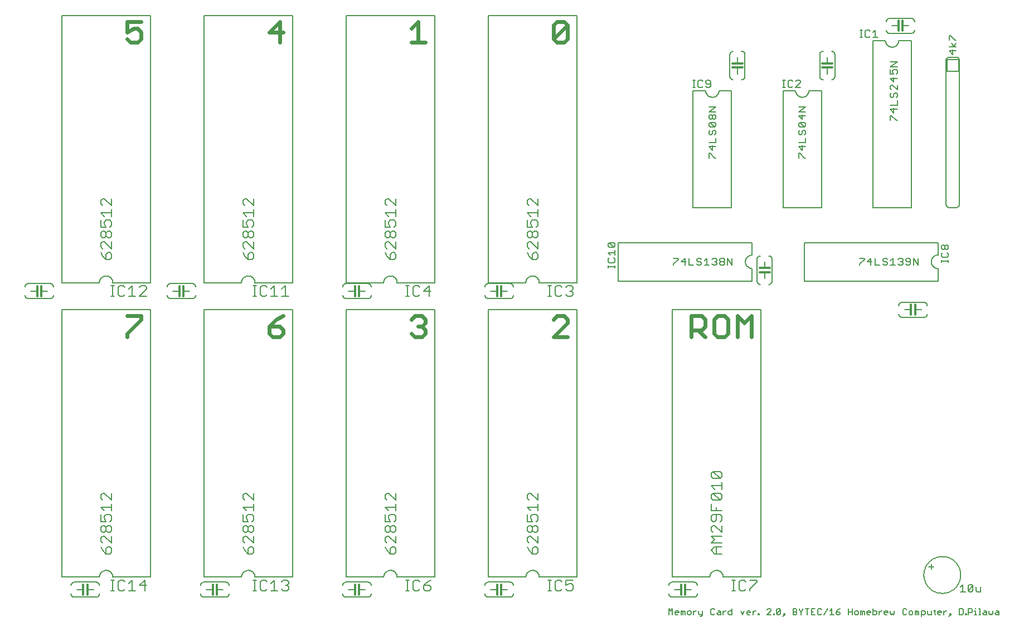
<source format=gto>
G75*
%MOIN*%
%OFA0B0*%
%FSLAX24Y24*%
%IPPOS*%
%LPD*%
%AMOC8*
5,1,8,0,0,1.08239X$1,22.5*
%
%ADD10C,0.0080*%
%ADD11C,0.0120*%
%ADD12C,0.0240*%
%ADD13C,0.0060*%
D10*
X009433Y009285D02*
X010733Y009285D01*
X010759Y009287D01*
X010785Y009292D01*
X010810Y009300D01*
X010833Y009312D01*
X010855Y009326D01*
X010874Y009344D01*
X010892Y009363D01*
X010906Y009385D01*
X010918Y009408D01*
X010926Y009433D01*
X010931Y009459D01*
X010933Y009485D01*
X010583Y009735D02*
X010213Y009735D01*
X009963Y009735D02*
X009583Y009735D01*
X009233Y009485D02*
X009235Y009459D01*
X009240Y009433D01*
X009248Y009408D01*
X009260Y009385D01*
X009274Y009363D01*
X009292Y009344D01*
X009311Y009326D01*
X009333Y009312D01*
X009356Y009300D01*
X009381Y009292D01*
X009407Y009287D01*
X009433Y009285D01*
X009233Y009985D02*
X009235Y010011D01*
X009240Y010037D01*
X009248Y010062D01*
X009260Y010085D01*
X009274Y010107D01*
X009292Y010126D01*
X009311Y010144D01*
X009333Y010158D01*
X009356Y010170D01*
X009381Y010178D01*
X009407Y010183D01*
X009433Y010185D01*
X010733Y010185D01*
X010759Y010183D01*
X010785Y010178D01*
X010810Y010170D01*
X010833Y010158D01*
X010855Y010144D01*
X010874Y010126D01*
X010892Y010107D01*
X010906Y010085D01*
X010918Y010062D01*
X010926Y010037D01*
X010931Y010011D01*
X010933Y009985D01*
X010933Y010485D02*
X008683Y010485D01*
X008683Y026485D01*
X013983Y026485D01*
X013983Y010485D01*
X011733Y010485D01*
X011713Y010296D02*
X011713Y009675D01*
X011610Y009675D02*
X011817Y009675D01*
X012040Y009778D02*
X012143Y009675D01*
X012350Y009675D01*
X012453Y009778D01*
X012684Y009675D02*
X013098Y009675D01*
X012891Y009675D02*
X012891Y010296D01*
X012684Y010089D01*
X012453Y010192D02*
X012350Y010296D01*
X012143Y010296D01*
X012040Y010192D01*
X012040Y009778D01*
X011817Y010296D02*
X011610Y010296D01*
X011733Y010485D02*
X011731Y010524D01*
X011725Y010563D01*
X011716Y010601D01*
X011703Y010638D01*
X011686Y010674D01*
X011666Y010707D01*
X011642Y010739D01*
X011616Y010768D01*
X011587Y010794D01*
X011555Y010818D01*
X011522Y010838D01*
X011486Y010855D01*
X011449Y010868D01*
X011411Y010877D01*
X011372Y010883D01*
X011333Y010885D01*
X011294Y010883D01*
X011255Y010877D01*
X011217Y010868D01*
X011180Y010855D01*
X011144Y010838D01*
X011111Y010818D01*
X011079Y010794D01*
X011050Y010768D01*
X011024Y010739D01*
X011000Y010707D01*
X010980Y010674D01*
X010963Y010638D01*
X010950Y010601D01*
X010941Y010563D01*
X010935Y010524D01*
X010933Y010485D01*
X011333Y011875D02*
X011333Y012185D01*
X011436Y012289D01*
X011540Y012289D01*
X011643Y012185D01*
X011643Y011978D01*
X011540Y011875D01*
X011333Y011875D01*
X011126Y012082D01*
X011023Y012289D01*
X011126Y012520D02*
X011023Y012623D01*
X011023Y012830D01*
X011126Y012933D01*
X011230Y012933D01*
X011643Y012520D01*
X011643Y012933D01*
X011540Y013164D02*
X011436Y013164D01*
X011333Y013268D01*
X011333Y013474D01*
X011436Y013578D01*
X011540Y013578D01*
X011643Y013474D01*
X011643Y013268D01*
X011540Y013164D01*
X011333Y013268D02*
X011230Y013164D01*
X011126Y013164D01*
X011023Y013268D01*
X011023Y013474D01*
X011126Y013578D01*
X011230Y013578D01*
X011333Y013474D01*
X011333Y013809D02*
X011230Y014015D01*
X011230Y014119D01*
X011333Y014222D01*
X011540Y014222D01*
X011643Y014119D01*
X011643Y013912D01*
X011540Y013809D01*
X011333Y013809D02*
X011023Y013809D01*
X011023Y014222D01*
X011230Y014453D02*
X011023Y014660D01*
X011643Y014660D01*
X011643Y014453D02*
X011643Y014867D01*
X011643Y015098D02*
X011230Y015511D01*
X011126Y015511D01*
X011023Y015408D01*
X011023Y015201D01*
X011126Y015098D01*
X011643Y015098D02*
X011643Y015511D01*
X017183Y010485D02*
X019433Y010485D01*
X019435Y010524D01*
X019441Y010563D01*
X019450Y010601D01*
X019463Y010638D01*
X019480Y010674D01*
X019500Y010707D01*
X019524Y010739D01*
X019550Y010768D01*
X019579Y010794D01*
X019611Y010818D01*
X019644Y010838D01*
X019680Y010855D01*
X019717Y010868D01*
X019755Y010877D01*
X019794Y010883D01*
X019833Y010885D01*
X019872Y010883D01*
X019911Y010877D01*
X019949Y010868D01*
X019986Y010855D01*
X020022Y010838D01*
X020055Y010818D01*
X020087Y010794D01*
X020116Y010768D01*
X020142Y010739D01*
X020166Y010707D01*
X020186Y010674D01*
X020203Y010638D01*
X020216Y010601D01*
X020225Y010563D01*
X020231Y010524D01*
X020233Y010485D01*
X022483Y010485D01*
X022483Y026485D01*
X017183Y026485D01*
X017183Y010485D01*
X017183Y010185D02*
X018483Y010185D01*
X018509Y010183D01*
X018535Y010178D01*
X018560Y010170D01*
X018583Y010158D01*
X018605Y010144D01*
X018624Y010126D01*
X018642Y010107D01*
X018656Y010085D01*
X018668Y010062D01*
X018676Y010037D01*
X018681Y010011D01*
X018683Y009985D01*
X018333Y009735D02*
X017963Y009735D01*
X017713Y009735D02*
X017333Y009735D01*
X016983Y009485D02*
X016985Y009459D01*
X016990Y009433D01*
X016998Y009408D01*
X017010Y009385D01*
X017024Y009363D01*
X017042Y009344D01*
X017061Y009326D01*
X017083Y009312D01*
X017106Y009300D01*
X017131Y009292D01*
X017157Y009287D01*
X017183Y009285D01*
X018483Y009285D01*
X018509Y009287D01*
X018535Y009292D01*
X018560Y009300D01*
X018583Y009312D01*
X018605Y009326D01*
X018624Y009344D01*
X018642Y009363D01*
X018656Y009385D01*
X018668Y009408D01*
X018676Y009433D01*
X018681Y009459D01*
X018683Y009485D01*
X020110Y009675D02*
X020317Y009675D01*
X020213Y009675D02*
X020213Y010296D01*
X020110Y010296D02*
X020317Y010296D01*
X020540Y010192D02*
X020540Y009778D01*
X020643Y009675D01*
X020850Y009675D01*
X020953Y009778D01*
X021184Y009675D02*
X021598Y009675D01*
X021391Y009675D02*
X021391Y010296D01*
X021184Y010089D01*
X020953Y010192D02*
X020850Y010296D01*
X020643Y010296D01*
X020540Y010192D01*
X021829Y010192D02*
X021932Y010296D01*
X022139Y010296D01*
X022242Y010192D01*
X022242Y010089D01*
X022139Y009985D01*
X022242Y009882D01*
X022242Y009778D01*
X022139Y009675D01*
X021932Y009675D01*
X021829Y009778D01*
X022036Y009985D02*
X022139Y009985D01*
X020143Y011978D02*
X020040Y011875D01*
X019833Y011875D01*
X019833Y012185D01*
X019936Y012289D01*
X020040Y012289D01*
X020143Y012185D01*
X020143Y011978D01*
X019833Y011875D02*
X019626Y012082D01*
X019523Y012289D01*
X019626Y012520D02*
X019523Y012623D01*
X019523Y012830D01*
X019626Y012933D01*
X019730Y012933D01*
X020143Y012520D01*
X020143Y012933D01*
X020040Y013164D02*
X019936Y013164D01*
X019833Y013268D01*
X019833Y013474D01*
X019936Y013578D01*
X020040Y013578D01*
X020143Y013474D01*
X020143Y013268D01*
X020040Y013164D01*
X019833Y013268D02*
X019730Y013164D01*
X019626Y013164D01*
X019523Y013268D01*
X019523Y013474D01*
X019626Y013578D01*
X019730Y013578D01*
X019833Y013474D01*
X019833Y013809D02*
X019730Y014015D01*
X019730Y014119D01*
X019833Y014222D01*
X020040Y014222D01*
X020143Y014119D01*
X020143Y013912D01*
X020040Y013809D01*
X019833Y013809D02*
X019523Y013809D01*
X019523Y014222D01*
X019730Y014453D02*
X019523Y014660D01*
X020143Y014660D01*
X020143Y014453D02*
X020143Y014867D01*
X020143Y015098D02*
X019730Y015511D01*
X019626Y015511D01*
X019523Y015408D01*
X019523Y015201D01*
X019626Y015098D01*
X020143Y015098D02*
X020143Y015511D01*
X025683Y010485D02*
X027933Y010485D01*
X027935Y010524D01*
X027941Y010563D01*
X027950Y010601D01*
X027963Y010638D01*
X027980Y010674D01*
X028000Y010707D01*
X028024Y010739D01*
X028050Y010768D01*
X028079Y010794D01*
X028111Y010818D01*
X028144Y010838D01*
X028180Y010855D01*
X028217Y010868D01*
X028255Y010877D01*
X028294Y010883D01*
X028333Y010885D01*
X028372Y010883D01*
X028411Y010877D01*
X028449Y010868D01*
X028486Y010855D01*
X028522Y010838D01*
X028555Y010818D01*
X028587Y010794D01*
X028616Y010768D01*
X028642Y010739D01*
X028666Y010707D01*
X028686Y010674D01*
X028703Y010638D01*
X028716Y010601D01*
X028725Y010563D01*
X028731Y010524D01*
X028733Y010485D01*
X030983Y010485D01*
X030983Y026485D01*
X025683Y026485D01*
X025683Y010485D01*
X025683Y010185D02*
X026983Y010185D01*
X027009Y010183D01*
X027035Y010178D01*
X027060Y010170D01*
X027083Y010158D01*
X027105Y010144D01*
X027124Y010126D01*
X027142Y010107D01*
X027156Y010085D01*
X027168Y010062D01*
X027176Y010037D01*
X027181Y010011D01*
X027183Y009985D01*
X026833Y009735D02*
X026463Y009735D01*
X026213Y009735D02*
X025833Y009735D01*
X025483Y009485D02*
X025485Y009459D01*
X025490Y009433D01*
X025498Y009408D01*
X025510Y009385D01*
X025524Y009363D01*
X025542Y009344D01*
X025561Y009326D01*
X025583Y009312D01*
X025606Y009300D01*
X025631Y009292D01*
X025657Y009287D01*
X025683Y009285D01*
X026983Y009285D01*
X027009Y009287D01*
X027035Y009292D01*
X027060Y009300D01*
X027083Y009312D01*
X027105Y009326D01*
X027124Y009344D01*
X027142Y009363D01*
X027156Y009385D01*
X027168Y009408D01*
X027176Y009433D01*
X027181Y009459D01*
X027183Y009485D01*
X025683Y010185D02*
X025657Y010183D01*
X025631Y010178D01*
X025606Y010170D01*
X025583Y010158D01*
X025561Y010144D01*
X025542Y010126D01*
X025524Y010107D01*
X025510Y010085D01*
X025498Y010062D01*
X025490Y010037D01*
X025485Y010011D01*
X025483Y009985D01*
X028126Y012082D02*
X028333Y011875D01*
X028333Y012185D01*
X028436Y012289D01*
X028540Y012289D01*
X028643Y012185D01*
X028643Y011978D01*
X028540Y011875D01*
X028333Y011875D01*
X028126Y012082D02*
X028023Y012289D01*
X028126Y012520D02*
X028023Y012623D01*
X028023Y012830D01*
X028126Y012933D01*
X028230Y012933D01*
X028643Y012520D01*
X028643Y012933D01*
X028540Y013164D02*
X028436Y013164D01*
X028333Y013268D01*
X028333Y013474D01*
X028436Y013578D01*
X028540Y013578D01*
X028643Y013474D01*
X028643Y013268D01*
X028540Y013164D01*
X028333Y013268D02*
X028230Y013164D01*
X028126Y013164D01*
X028023Y013268D01*
X028023Y013474D01*
X028126Y013578D01*
X028230Y013578D01*
X028333Y013474D01*
X028333Y013809D02*
X028230Y014015D01*
X028230Y014119D01*
X028333Y014222D01*
X028540Y014222D01*
X028643Y014119D01*
X028643Y013912D01*
X028540Y013809D01*
X028333Y013809D02*
X028023Y013809D01*
X028023Y014222D01*
X028230Y014453D02*
X028023Y014660D01*
X028643Y014660D01*
X028643Y014453D02*
X028643Y014867D01*
X028643Y015098D02*
X028230Y015511D01*
X028126Y015511D01*
X028023Y015408D01*
X028023Y015201D01*
X028126Y015098D01*
X028643Y015098D02*
X028643Y015511D01*
X034183Y010485D02*
X036433Y010485D01*
X036435Y010524D01*
X036441Y010563D01*
X036450Y010601D01*
X036463Y010638D01*
X036480Y010674D01*
X036500Y010707D01*
X036524Y010739D01*
X036550Y010768D01*
X036579Y010794D01*
X036611Y010818D01*
X036644Y010838D01*
X036680Y010855D01*
X036717Y010868D01*
X036755Y010877D01*
X036794Y010883D01*
X036833Y010885D01*
X036872Y010883D01*
X036911Y010877D01*
X036949Y010868D01*
X036986Y010855D01*
X037022Y010838D01*
X037055Y010818D01*
X037087Y010794D01*
X037116Y010768D01*
X037142Y010739D01*
X037166Y010707D01*
X037186Y010674D01*
X037203Y010638D01*
X037216Y010601D01*
X037225Y010563D01*
X037231Y010524D01*
X037233Y010485D01*
X039483Y010485D01*
X039483Y026485D01*
X034183Y026485D01*
X034183Y010485D01*
X034183Y010185D02*
X035483Y010185D01*
X035509Y010183D01*
X035535Y010178D01*
X035560Y010170D01*
X035583Y010158D01*
X035605Y010144D01*
X035624Y010126D01*
X035642Y010107D01*
X035656Y010085D01*
X035668Y010062D01*
X035676Y010037D01*
X035681Y010011D01*
X035683Y009985D01*
X035333Y009735D02*
X034963Y009735D01*
X034713Y009735D02*
X034333Y009735D01*
X033983Y009485D02*
X033985Y009459D01*
X033990Y009433D01*
X033998Y009408D01*
X034010Y009385D01*
X034024Y009363D01*
X034042Y009344D01*
X034061Y009326D01*
X034083Y009312D01*
X034106Y009300D01*
X034131Y009292D01*
X034157Y009287D01*
X034183Y009285D01*
X035483Y009285D01*
X035509Y009287D01*
X035535Y009292D01*
X035560Y009300D01*
X035583Y009312D01*
X035605Y009326D01*
X035624Y009344D01*
X035642Y009363D01*
X035656Y009385D01*
X035668Y009408D01*
X035676Y009433D01*
X035681Y009459D01*
X035683Y009485D01*
X034183Y010185D02*
X034157Y010183D01*
X034131Y010178D01*
X034106Y010170D01*
X034083Y010158D01*
X034061Y010144D01*
X034042Y010126D01*
X034024Y010107D01*
X034010Y010085D01*
X033998Y010062D01*
X033990Y010037D01*
X033985Y010011D01*
X033983Y009985D01*
X030742Y009882D02*
X030639Y009985D01*
X030329Y009985D01*
X030329Y009778D01*
X030432Y009675D01*
X030639Y009675D01*
X030742Y009778D01*
X030742Y009882D01*
X030536Y010192D02*
X030329Y009985D01*
X030536Y010192D02*
X030742Y010296D01*
X030098Y010192D02*
X029994Y010296D01*
X029788Y010296D01*
X029684Y010192D01*
X029684Y009778D01*
X029788Y009675D01*
X029994Y009675D01*
X030098Y009778D01*
X029461Y009675D02*
X029255Y009675D01*
X029358Y009675D02*
X029358Y010296D01*
X029255Y010296D02*
X029461Y010296D01*
X036523Y012289D02*
X036626Y012082D01*
X036833Y011875D01*
X036833Y012185D01*
X036936Y012289D01*
X037040Y012289D01*
X037143Y012185D01*
X037143Y011978D01*
X037040Y011875D01*
X036833Y011875D01*
X036626Y012520D02*
X036523Y012623D01*
X036523Y012830D01*
X036626Y012933D01*
X036730Y012933D01*
X037143Y012520D01*
X037143Y012933D01*
X037040Y013164D02*
X036936Y013164D01*
X036833Y013268D01*
X036833Y013474D01*
X036936Y013578D01*
X037040Y013578D01*
X037143Y013474D01*
X037143Y013268D01*
X037040Y013164D01*
X036833Y013268D02*
X036730Y013164D01*
X036626Y013164D01*
X036523Y013268D01*
X036523Y013474D01*
X036626Y013578D01*
X036730Y013578D01*
X036833Y013474D01*
X036833Y013809D02*
X036730Y014015D01*
X036730Y014119D01*
X036833Y014222D01*
X037040Y014222D01*
X037143Y014119D01*
X037143Y013912D01*
X037040Y013809D01*
X036833Y013809D02*
X036523Y013809D01*
X036523Y014222D01*
X036730Y014453D02*
X036523Y014660D01*
X037143Y014660D01*
X037143Y014453D02*
X037143Y014867D01*
X037143Y015098D02*
X036730Y015511D01*
X036626Y015511D01*
X036523Y015408D01*
X036523Y015201D01*
X036626Y015098D01*
X037143Y015098D02*
X037143Y015511D01*
X037755Y010296D02*
X037961Y010296D01*
X037858Y010296D02*
X037858Y009675D01*
X037755Y009675D02*
X037961Y009675D01*
X038184Y009778D02*
X038288Y009675D01*
X038494Y009675D01*
X038598Y009778D01*
X038829Y009778D02*
X038932Y009675D01*
X039139Y009675D01*
X039242Y009778D01*
X039242Y009985D01*
X039139Y010089D01*
X039036Y010089D01*
X038829Y009985D01*
X038829Y010296D01*
X039242Y010296D01*
X038598Y010192D02*
X038494Y010296D01*
X038288Y010296D01*
X038184Y010192D01*
X038184Y009778D01*
X044983Y009985D02*
X044985Y010011D01*
X044990Y010037D01*
X044998Y010062D01*
X045010Y010085D01*
X045024Y010107D01*
X045042Y010126D01*
X045061Y010144D01*
X045083Y010158D01*
X045106Y010170D01*
X045131Y010178D01*
X045157Y010183D01*
X045183Y010185D01*
X046483Y010185D01*
X046509Y010183D01*
X046535Y010178D01*
X046560Y010170D01*
X046583Y010158D01*
X046605Y010144D01*
X046624Y010126D01*
X046642Y010107D01*
X046656Y010085D01*
X046668Y010062D01*
X046676Y010037D01*
X046681Y010011D01*
X046683Y009985D01*
X046333Y009735D02*
X045963Y009735D01*
X045713Y009735D02*
X045333Y009735D01*
X044983Y009485D02*
X044985Y009459D01*
X044990Y009433D01*
X044998Y009408D01*
X045010Y009385D01*
X045024Y009363D01*
X045042Y009344D01*
X045061Y009326D01*
X045083Y009312D01*
X045106Y009300D01*
X045131Y009292D01*
X045157Y009287D01*
X045183Y009285D01*
X046483Y009285D01*
X046509Y009287D01*
X046535Y009292D01*
X046560Y009300D01*
X046583Y009312D01*
X046605Y009326D01*
X046624Y009344D01*
X046642Y009363D01*
X046656Y009385D01*
X046668Y009408D01*
X046676Y009433D01*
X046681Y009459D01*
X046683Y009485D01*
X047433Y010485D02*
X045183Y010485D01*
X045183Y026485D01*
X050483Y026485D01*
X050483Y010485D01*
X048233Y010485D01*
X048231Y010524D01*
X048225Y010563D01*
X048216Y010601D01*
X048203Y010638D01*
X048186Y010674D01*
X048166Y010707D01*
X048142Y010739D01*
X048116Y010768D01*
X048087Y010794D01*
X048055Y010818D01*
X048022Y010838D01*
X047986Y010855D01*
X047949Y010868D01*
X047911Y010877D01*
X047872Y010883D01*
X047833Y010885D01*
X047794Y010883D01*
X047755Y010877D01*
X047717Y010868D01*
X047680Y010855D01*
X047644Y010838D01*
X047611Y010818D01*
X047579Y010794D01*
X047550Y010768D01*
X047524Y010739D01*
X047500Y010707D01*
X047480Y010674D01*
X047463Y010638D01*
X047450Y010601D01*
X047441Y010563D01*
X047435Y010524D01*
X047433Y010485D01*
X048755Y010296D02*
X048961Y010296D01*
X048858Y010296D02*
X048858Y009675D01*
X048755Y009675D02*
X048961Y009675D01*
X049184Y009778D02*
X049288Y009675D01*
X049494Y009675D01*
X049598Y009778D01*
X049829Y009778D02*
X049829Y009675D01*
X049829Y009778D02*
X050242Y010192D01*
X050242Y010296D01*
X049829Y010296D01*
X049598Y010192D02*
X049494Y010296D01*
X049288Y010296D01*
X049184Y010192D01*
X049184Y009778D01*
X048143Y011875D02*
X047730Y011875D01*
X047523Y012082D01*
X047730Y012289D01*
X048143Y012289D01*
X048143Y012520D02*
X047523Y012520D01*
X047730Y012726D01*
X047523Y012933D01*
X048143Y012933D01*
X048143Y013164D02*
X047730Y013578D01*
X047626Y013578D01*
X047523Y013474D01*
X047523Y013268D01*
X047626Y013164D01*
X048143Y013164D02*
X048143Y013578D01*
X048040Y013809D02*
X048143Y013912D01*
X048143Y014119D01*
X048040Y014222D01*
X047626Y014222D01*
X047523Y014119D01*
X047523Y013912D01*
X047626Y013809D01*
X047730Y013809D01*
X047833Y013912D01*
X047833Y014222D01*
X047833Y014453D02*
X047833Y014660D01*
X047523Y014453D02*
X047523Y014867D01*
X047626Y015098D02*
X047523Y015201D01*
X047523Y015408D01*
X047626Y015511D01*
X048040Y015098D01*
X048143Y015201D01*
X048143Y015408D01*
X048040Y015511D01*
X047626Y015511D01*
X047730Y015742D02*
X047523Y015949D01*
X048143Y015949D01*
X048143Y015742D02*
X048143Y016156D01*
X048040Y016387D02*
X047626Y016801D01*
X048040Y016801D01*
X048143Y016697D01*
X048143Y016490D01*
X048040Y016387D01*
X047626Y016387D01*
X047523Y016490D01*
X047523Y016697D01*
X047626Y016801D01*
X047626Y015098D02*
X048040Y015098D01*
X048143Y014453D02*
X047523Y014453D01*
X047833Y012289D02*
X047833Y011875D01*
X060533Y011110D02*
X060683Y011110D01*
X060683Y011260D01*
X060683Y011110D02*
X060833Y011110D01*
X060683Y011110D02*
X060683Y010960D01*
X060233Y010610D02*
X060235Y010676D01*
X060241Y010741D01*
X060251Y010806D01*
X060264Y010871D01*
X060282Y010934D01*
X060303Y010997D01*
X060328Y011057D01*
X060357Y011117D01*
X060389Y011174D01*
X060424Y011230D01*
X060463Y011283D01*
X060505Y011334D01*
X060549Y011382D01*
X060597Y011427D01*
X060647Y011470D01*
X060700Y011509D01*
X060755Y011546D01*
X060812Y011579D01*
X060871Y011608D01*
X060931Y011634D01*
X060993Y011656D01*
X061056Y011675D01*
X061120Y011689D01*
X061185Y011700D01*
X061251Y011707D01*
X061317Y011710D01*
X061382Y011709D01*
X061448Y011704D01*
X061513Y011695D01*
X061578Y011682D01*
X061641Y011666D01*
X061704Y011646D01*
X061765Y011621D01*
X061825Y011594D01*
X061883Y011563D01*
X061939Y011528D01*
X061993Y011490D01*
X062044Y011449D01*
X062093Y011405D01*
X062139Y011358D01*
X062183Y011309D01*
X062223Y011257D01*
X062260Y011202D01*
X062294Y011146D01*
X062324Y011087D01*
X062351Y011027D01*
X062374Y010966D01*
X062393Y010903D01*
X062409Y010839D01*
X062421Y010774D01*
X062429Y010709D01*
X062433Y010643D01*
X062433Y010577D01*
X062429Y010511D01*
X062421Y010446D01*
X062409Y010381D01*
X062393Y010317D01*
X062374Y010254D01*
X062351Y010193D01*
X062324Y010133D01*
X062294Y010074D01*
X062260Y010018D01*
X062223Y009963D01*
X062183Y009911D01*
X062139Y009862D01*
X062093Y009815D01*
X062044Y009771D01*
X061993Y009730D01*
X061939Y009692D01*
X061883Y009657D01*
X061825Y009626D01*
X061765Y009599D01*
X061704Y009574D01*
X061641Y009554D01*
X061578Y009538D01*
X061513Y009525D01*
X061448Y009516D01*
X061382Y009511D01*
X061317Y009510D01*
X061251Y009513D01*
X061185Y009520D01*
X061120Y009531D01*
X061056Y009545D01*
X060993Y009564D01*
X060931Y009586D01*
X060871Y009612D01*
X060812Y009641D01*
X060755Y009674D01*
X060700Y009711D01*
X060647Y009750D01*
X060597Y009793D01*
X060549Y009838D01*
X060505Y009886D01*
X060463Y009937D01*
X060424Y009990D01*
X060389Y010046D01*
X060357Y010103D01*
X060328Y010163D01*
X060303Y010223D01*
X060282Y010286D01*
X060264Y010349D01*
X060251Y010414D01*
X060241Y010479D01*
X060235Y010544D01*
X060233Y010610D01*
X062423Y009880D02*
X062563Y010020D01*
X062563Y009600D01*
X062423Y009600D02*
X062704Y009600D01*
X062884Y009670D02*
X063164Y009950D01*
X063164Y009670D01*
X063094Y009600D01*
X062954Y009600D01*
X062884Y009670D01*
X062884Y009950D01*
X062954Y010020D01*
X063094Y010020D01*
X063164Y009950D01*
X063344Y009880D02*
X063344Y009670D01*
X063414Y009600D01*
X063624Y009600D01*
X063624Y009880D01*
X060233Y026035D02*
X058933Y026035D01*
X058907Y026037D01*
X058881Y026042D01*
X058856Y026050D01*
X058833Y026062D01*
X058811Y026076D01*
X058792Y026094D01*
X058774Y026113D01*
X058760Y026135D01*
X058748Y026158D01*
X058740Y026183D01*
X058735Y026209D01*
X058733Y026235D01*
X059083Y026485D02*
X059453Y026485D01*
X059703Y026485D02*
X060083Y026485D01*
X060433Y026235D02*
X060431Y026209D01*
X060426Y026183D01*
X060418Y026158D01*
X060406Y026135D01*
X060392Y026113D01*
X060374Y026094D01*
X060355Y026076D01*
X060333Y026062D01*
X060310Y026050D01*
X060285Y026042D01*
X060259Y026037D01*
X060233Y026035D01*
X060433Y026735D02*
X060431Y026761D01*
X060426Y026787D01*
X060418Y026812D01*
X060406Y026835D01*
X060392Y026857D01*
X060374Y026876D01*
X060355Y026894D01*
X060333Y026908D01*
X060310Y026920D01*
X060285Y026928D01*
X060259Y026933D01*
X060233Y026935D01*
X058933Y026935D01*
X058907Y026933D01*
X058881Y026928D01*
X058856Y026920D01*
X058833Y026908D01*
X058811Y026894D01*
X058792Y026876D01*
X058774Y026857D01*
X058760Y026835D01*
X058748Y026812D01*
X058740Y026787D01*
X058735Y026761D01*
X058733Y026735D01*
X058762Y029150D02*
X058692Y029220D01*
X058762Y029150D02*
X058902Y029150D01*
X058972Y029220D01*
X058972Y029290D01*
X058902Y029360D01*
X058832Y029360D01*
X058902Y029360D02*
X058972Y029430D01*
X058972Y029500D01*
X058902Y029570D01*
X058762Y029570D01*
X058692Y029500D01*
X058372Y029570D02*
X058372Y029150D01*
X058232Y029150D02*
X058512Y029150D01*
X058232Y029430D02*
X058372Y029570D01*
X058052Y029500D02*
X057982Y029570D01*
X057841Y029570D01*
X057771Y029500D01*
X057771Y029430D01*
X057841Y029360D01*
X057982Y029360D01*
X058052Y029290D01*
X058052Y029220D01*
X057982Y029150D01*
X057841Y029150D01*
X057771Y029220D01*
X057591Y029150D02*
X057311Y029150D01*
X057311Y029570D01*
X057061Y029570D02*
X056851Y029360D01*
X057131Y029360D01*
X057061Y029150D02*
X057061Y029570D01*
X056670Y029570D02*
X056670Y029500D01*
X056390Y029220D01*
X056390Y029150D01*
X056390Y029570D02*
X056670Y029570D01*
X059153Y029500D02*
X059153Y029430D01*
X059223Y029360D01*
X059433Y029360D01*
X059433Y029220D02*
X059433Y029500D01*
X059363Y029570D01*
X059223Y029570D01*
X059153Y029500D01*
X059153Y029220D02*
X059223Y029150D01*
X059363Y029150D01*
X059433Y029220D01*
X059613Y029150D02*
X059613Y029570D01*
X059893Y029150D01*
X059893Y029570D01*
X061083Y029760D02*
X061083Y030510D01*
X053083Y030510D01*
X053083Y028210D01*
X061083Y028210D01*
X061083Y028960D01*
X061044Y028962D01*
X061005Y028968D01*
X060967Y028977D01*
X060930Y028990D01*
X060894Y029007D01*
X060861Y029027D01*
X060829Y029051D01*
X060800Y029077D01*
X060774Y029106D01*
X060750Y029138D01*
X060730Y029171D01*
X060713Y029207D01*
X060700Y029244D01*
X060691Y029282D01*
X060685Y029321D01*
X060683Y029360D01*
X060685Y029399D01*
X060691Y029438D01*
X060700Y029476D01*
X060713Y029513D01*
X060730Y029549D01*
X060750Y029582D01*
X060774Y029614D01*
X060800Y029643D01*
X060829Y029669D01*
X060861Y029693D01*
X060894Y029713D01*
X060930Y029730D01*
X060967Y029743D01*
X061005Y029752D01*
X061044Y029758D01*
X061083Y029760D01*
X061273Y029699D02*
X061343Y029629D01*
X061623Y029629D01*
X061693Y029699D01*
X061693Y029839D01*
X061623Y029909D01*
X061623Y030090D02*
X061553Y030090D01*
X061483Y030160D01*
X061483Y030300D01*
X061553Y030370D01*
X061623Y030370D01*
X061693Y030300D01*
X061693Y030160D01*
X061623Y030090D01*
X061483Y030160D02*
X061413Y030090D01*
X061343Y030090D01*
X061273Y030160D01*
X061273Y030300D01*
X061343Y030370D01*
X061413Y030370D01*
X061483Y030300D01*
X061343Y029909D02*
X061273Y029839D01*
X061273Y029699D01*
X061273Y029462D02*
X061273Y029322D01*
X061273Y029392D02*
X061693Y029392D01*
X061693Y029322D02*
X061693Y029462D01*
X061758Y032610D02*
X062158Y032610D01*
X062184Y032612D01*
X062210Y032617D01*
X062235Y032625D01*
X062258Y032637D01*
X062280Y032651D01*
X062299Y032669D01*
X062317Y032688D01*
X062331Y032710D01*
X062343Y032733D01*
X062351Y032758D01*
X062356Y032784D01*
X062358Y032810D01*
X062358Y041410D01*
X062308Y041460D02*
X062308Y040760D01*
X061608Y040760D01*
X061608Y041460D01*
X062308Y041460D01*
X062358Y041410D02*
X062356Y041436D01*
X062351Y041462D01*
X062343Y041487D01*
X062331Y041510D01*
X062317Y041532D01*
X062299Y041551D01*
X062280Y041569D01*
X062258Y041583D01*
X062235Y041595D01*
X062210Y041603D01*
X062184Y041608D01*
X062158Y041610D01*
X061758Y041610D01*
X061732Y041608D01*
X061706Y041603D01*
X061681Y041595D01*
X061658Y041583D01*
X061636Y041569D01*
X061617Y041551D01*
X061599Y041532D01*
X061585Y041510D01*
X061573Y041487D01*
X061565Y041462D01*
X061560Y041436D01*
X061558Y041410D01*
X061558Y032810D01*
X061560Y032784D01*
X061565Y032758D01*
X061573Y032733D01*
X061585Y032710D01*
X061599Y032688D01*
X061617Y032669D01*
X061636Y032651D01*
X061658Y032637D01*
X061681Y032625D01*
X061706Y032617D01*
X061732Y032612D01*
X061758Y032610D01*
X059483Y032610D02*
X057183Y032610D01*
X057183Y042610D01*
X057933Y042610D01*
X057935Y042571D01*
X057941Y042532D01*
X057950Y042494D01*
X057963Y042457D01*
X057980Y042421D01*
X058000Y042388D01*
X058024Y042356D01*
X058050Y042327D01*
X058079Y042301D01*
X058111Y042277D01*
X058144Y042257D01*
X058180Y042240D01*
X058217Y042227D01*
X058255Y042218D01*
X058294Y042212D01*
X058333Y042210D01*
X058372Y042212D01*
X058411Y042218D01*
X058449Y042227D01*
X058486Y042240D01*
X058522Y042257D01*
X058555Y042277D01*
X058587Y042301D01*
X058616Y042327D01*
X058642Y042356D01*
X058666Y042388D01*
X058686Y042421D01*
X058703Y042457D01*
X058716Y042494D01*
X058725Y042532D01*
X058731Y042571D01*
X058733Y042610D01*
X059483Y042610D01*
X059483Y032610D01*
X054108Y032610D02*
X051808Y032610D01*
X051808Y039610D01*
X052558Y039610D01*
X052566Y039800D02*
X052846Y040080D01*
X052846Y040150D01*
X052776Y040220D01*
X052636Y040220D01*
X052566Y040150D01*
X052385Y040150D02*
X052315Y040220D01*
X052175Y040220D01*
X052105Y040150D01*
X052105Y039870D01*
X052175Y039800D01*
X052315Y039800D01*
X052385Y039870D01*
X052566Y039800D02*
X052846Y039800D01*
X052558Y039610D02*
X052560Y039571D01*
X052566Y039532D01*
X052575Y039494D01*
X052588Y039457D01*
X052605Y039421D01*
X052625Y039388D01*
X052649Y039356D01*
X052675Y039327D01*
X052704Y039301D01*
X052736Y039277D01*
X052769Y039257D01*
X052805Y039240D01*
X052842Y039227D01*
X052880Y039218D01*
X052919Y039212D01*
X052958Y039210D01*
X052997Y039212D01*
X053036Y039218D01*
X053074Y039227D01*
X053111Y039240D01*
X053147Y039257D01*
X053180Y039277D01*
X053212Y039301D01*
X053241Y039327D01*
X053267Y039356D01*
X053291Y039388D01*
X053311Y039421D01*
X053328Y039457D01*
X053341Y039494D01*
X053350Y039532D01*
X053356Y039571D01*
X053358Y039610D01*
X054108Y039610D01*
X054108Y032610D01*
X053168Y035577D02*
X053098Y035577D01*
X052818Y035857D01*
X052748Y035857D01*
X052748Y035577D01*
X052958Y036038D02*
X052958Y036318D01*
X052748Y036248D02*
X052958Y036038D01*
X053168Y036248D02*
X052748Y036248D01*
X052748Y036498D02*
X053168Y036498D01*
X053168Y036778D01*
X053098Y036958D02*
X053168Y037028D01*
X053168Y037169D01*
X053098Y037239D01*
X053028Y037239D01*
X052958Y037169D01*
X052958Y037028D01*
X052888Y036958D01*
X052818Y036958D01*
X052748Y037028D01*
X052748Y037169D01*
X052818Y037239D01*
X052818Y037419D02*
X052748Y037489D01*
X052748Y037629D01*
X052818Y037699D01*
X053098Y037419D01*
X053168Y037489D01*
X053168Y037629D01*
X053098Y037699D01*
X052818Y037699D01*
X052958Y037879D02*
X052958Y038159D01*
X052748Y038089D02*
X052958Y037879D01*
X053168Y038089D02*
X052748Y038089D01*
X052748Y038340D02*
X053168Y038620D01*
X052748Y038620D01*
X052748Y038340D02*
X053168Y038340D01*
X053098Y037419D02*
X052818Y037419D01*
X051938Y039800D02*
X051798Y039800D01*
X051868Y039800D02*
X051868Y040220D01*
X051798Y040220D02*
X051938Y040220D01*
X054008Y040460D02*
X054008Y041760D01*
X054010Y041786D01*
X054015Y041812D01*
X054023Y041837D01*
X054035Y041860D01*
X054049Y041882D01*
X054067Y041901D01*
X054086Y041919D01*
X054108Y041933D01*
X054131Y041945D01*
X054156Y041953D01*
X054182Y041958D01*
X054208Y041960D01*
X054458Y041610D02*
X054458Y041240D01*
X054458Y040990D02*
X054458Y040610D01*
X054208Y040260D02*
X054182Y040262D01*
X054156Y040267D01*
X054131Y040275D01*
X054108Y040287D01*
X054086Y040301D01*
X054067Y040319D01*
X054049Y040338D01*
X054035Y040360D01*
X054023Y040383D01*
X054015Y040408D01*
X054010Y040434D01*
X054008Y040460D01*
X054708Y040260D02*
X054734Y040262D01*
X054760Y040267D01*
X054785Y040275D01*
X054808Y040287D01*
X054830Y040301D01*
X054849Y040319D01*
X054867Y040338D01*
X054881Y040360D01*
X054893Y040383D01*
X054901Y040408D01*
X054906Y040434D01*
X054908Y040460D01*
X054908Y041760D01*
X054906Y041786D01*
X054901Y041812D01*
X054893Y041837D01*
X054881Y041860D01*
X054867Y041882D01*
X054849Y041901D01*
X054830Y041919D01*
X054808Y041933D01*
X054785Y041945D01*
X054760Y041953D01*
X054734Y041958D01*
X054708Y041960D01*
X056423Y042800D02*
X056563Y042800D01*
X056493Y042800D02*
X056493Y043220D01*
X056423Y043220D02*
X056563Y043220D01*
X056730Y043150D02*
X056730Y042870D01*
X056800Y042800D01*
X056940Y042800D01*
X057010Y042870D01*
X057191Y042800D02*
X057471Y042800D01*
X057331Y042800D02*
X057331Y043220D01*
X057191Y043080D01*
X057010Y043150D02*
X056940Y043220D01*
X056800Y043220D01*
X056730Y043150D01*
X057983Y043235D02*
X057985Y043209D01*
X057990Y043183D01*
X057998Y043158D01*
X058010Y043135D01*
X058024Y043113D01*
X058042Y043094D01*
X058061Y043076D01*
X058083Y043062D01*
X058106Y043050D01*
X058131Y043042D01*
X058157Y043037D01*
X058183Y043035D01*
X059483Y043035D01*
X059509Y043037D01*
X059535Y043042D01*
X059560Y043050D01*
X059583Y043062D01*
X059605Y043076D01*
X059624Y043094D01*
X059642Y043113D01*
X059656Y043135D01*
X059668Y043158D01*
X059676Y043183D01*
X059681Y043209D01*
X059683Y043235D01*
X059333Y043485D02*
X058953Y043485D01*
X058703Y043485D02*
X058333Y043485D01*
X057983Y043735D02*
X057985Y043761D01*
X057990Y043787D01*
X057998Y043812D01*
X058010Y043835D01*
X058024Y043857D01*
X058042Y043876D01*
X058061Y043894D01*
X058083Y043908D01*
X058106Y043920D01*
X058131Y043928D01*
X058157Y043933D01*
X058183Y043935D01*
X059483Y043935D01*
X059509Y043933D01*
X059535Y043928D01*
X059560Y043920D01*
X059583Y043908D01*
X059605Y043894D01*
X059624Y043876D01*
X059642Y043857D01*
X059656Y043835D01*
X059668Y043812D01*
X059676Y043787D01*
X059681Y043761D01*
X059683Y043735D01*
X061748Y042899D02*
X061748Y042619D01*
X061888Y042446D02*
X062028Y042235D01*
X062168Y042446D01*
X062168Y042619D02*
X062098Y042619D01*
X061818Y042899D01*
X061748Y042899D01*
X061748Y042235D02*
X062168Y042235D01*
X062168Y041985D02*
X061748Y041985D01*
X061958Y041775D01*
X061958Y042055D01*
X058643Y041320D02*
X058223Y041040D01*
X058643Y041040D01*
X058573Y040859D02*
X058643Y040789D01*
X058643Y040649D01*
X058573Y040579D01*
X058433Y040579D02*
X058363Y040719D01*
X058363Y040789D01*
X058433Y040859D01*
X058573Y040859D01*
X058433Y040579D02*
X058223Y040579D01*
X058223Y040859D01*
X058223Y041320D02*
X058643Y041320D01*
X058433Y040399D02*
X058433Y040119D01*
X058223Y040329D01*
X058643Y040329D01*
X058643Y039939D02*
X058643Y039658D01*
X058363Y039939D01*
X058293Y039939D01*
X058223Y039869D01*
X058223Y039728D01*
X058293Y039658D01*
X058293Y039478D02*
X058223Y039408D01*
X058223Y039268D01*
X058293Y039198D01*
X058363Y039198D01*
X058433Y039268D01*
X058433Y039408D01*
X058503Y039478D01*
X058573Y039478D01*
X058643Y039408D01*
X058643Y039268D01*
X058573Y039198D01*
X058643Y039018D02*
X058643Y038738D01*
X058223Y038738D01*
X058223Y038487D02*
X058433Y038277D01*
X058433Y038557D01*
X058643Y038487D02*
X058223Y038487D01*
X058223Y038097D02*
X058293Y038097D01*
X058573Y037817D01*
X058643Y037817D01*
X058223Y037817D02*
X058223Y038097D01*
X049533Y040460D02*
X049533Y041760D01*
X049531Y041786D01*
X049526Y041812D01*
X049518Y041837D01*
X049506Y041860D01*
X049492Y041882D01*
X049474Y041901D01*
X049455Y041919D01*
X049433Y041933D01*
X049410Y041945D01*
X049385Y041953D01*
X049359Y041958D01*
X049333Y041960D01*
X049083Y041610D02*
X049083Y041240D01*
X049083Y040990D02*
X049083Y040610D01*
X048833Y040260D02*
X048807Y040262D01*
X048781Y040267D01*
X048756Y040275D01*
X048733Y040287D01*
X048711Y040301D01*
X048692Y040319D01*
X048674Y040338D01*
X048660Y040360D01*
X048648Y040383D01*
X048640Y040408D01*
X048635Y040434D01*
X048633Y040460D01*
X048633Y041760D01*
X048635Y041786D01*
X048640Y041812D01*
X048648Y041837D01*
X048660Y041860D01*
X048674Y041882D01*
X048692Y041901D01*
X048711Y041919D01*
X048733Y041933D01*
X048756Y041945D01*
X048781Y041953D01*
X048807Y041958D01*
X048833Y041960D01*
X049533Y040460D02*
X049531Y040434D01*
X049526Y040408D01*
X049518Y040383D01*
X049506Y040360D01*
X049492Y040338D01*
X049474Y040319D01*
X049455Y040301D01*
X049433Y040287D01*
X049410Y040275D01*
X049385Y040267D01*
X049359Y040262D01*
X049333Y040260D01*
X048733Y039610D02*
X047983Y039610D01*
X047981Y039571D01*
X047975Y039532D01*
X047966Y039494D01*
X047953Y039457D01*
X047936Y039421D01*
X047916Y039388D01*
X047892Y039356D01*
X047866Y039327D01*
X047837Y039301D01*
X047805Y039277D01*
X047772Y039257D01*
X047736Y039240D01*
X047699Y039227D01*
X047661Y039218D01*
X047622Y039212D01*
X047583Y039210D01*
X047544Y039212D01*
X047505Y039218D01*
X047467Y039227D01*
X047430Y039240D01*
X047394Y039257D01*
X047361Y039277D01*
X047329Y039301D01*
X047300Y039327D01*
X047274Y039356D01*
X047250Y039388D01*
X047230Y039421D01*
X047213Y039457D01*
X047200Y039494D01*
X047191Y039532D01*
X047185Y039571D01*
X047183Y039610D01*
X046433Y039610D01*
X046433Y032610D01*
X048733Y032610D01*
X048733Y039610D01*
X047471Y039870D02*
X047471Y040150D01*
X047401Y040220D01*
X047261Y040220D01*
X047191Y040150D01*
X047191Y040080D01*
X047261Y040010D01*
X047471Y040010D01*
X047471Y039870D02*
X047401Y039800D01*
X047261Y039800D01*
X047191Y039870D01*
X047010Y039870D02*
X046940Y039800D01*
X046800Y039800D01*
X046730Y039870D01*
X046730Y040150D01*
X046800Y040220D01*
X046940Y040220D01*
X047010Y040150D01*
X046563Y040220D02*
X046423Y040220D01*
X046493Y040220D02*
X046493Y039800D01*
X046423Y039800D02*
X046563Y039800D01*
X047373Y038620D02*
X047793Y038620D01*
X047373Y038340D01*
X047793Y038340D01*
X047723Y038159D02*
X047793Y038089D01*
X047793Y037949D01*
X047723Y037879D01*
X047653Y037879D01*
X047583Y037949D01*
X047583Y038089D01*
X047653Y038159D01*
X047723Y038159D01*
X047583Y038089D02*
X047513Y038159D01*
X047443Y038159D01*
X047373Y038089D01*
X047373Y037949D01*
X047443Y037879D01*
X047513Y037879D01*
X047583Y037949D01*
X047443Y037699D02*
X047723Y037419D01*
X047793Y037489D01*
X047793Y037629D01*
X047723Y037699D01*
X047443Y037699D01*
X047373Y037629D01*
X047373Y037489D01*
X047443Y037419D01*
X047723Y037419D01*
X047723Y037239D02*
X047793Y037169D01*
X047793Y037028D01*
X047723Y036958D01*
X047583Y037028D02*
X047583Y037169D01*
X047653Y037239D01*
X047723Y037239D01*
X047583Y037028D02*
X047513Y036958D01*
X047443Y036958D01*
X047373Y037028D01*
X047373Y037169D01*
X047443Y037239D01*
X047793Y036778D02*
X047793Y036498D01*
X047373Y036498D01*
X047373Y036248D02*
X047583Y036038D01*
X047583Y036318D01*
X047793Y036248D02*
X047373Y036248D01*
X047373Y035857D02*
X047443Y035857D01*
X047723Y035577D01*
X047793Y035577D01*
X047373Y035577D02*
X047373Y035857D01*
X049958Y030510D02*
X041958Y030510D01*
X041958Y028210D01*
X049958Y028210D01*
X049958Y028960D01*
X049919Y028962D01*
X049880Y028968D01*
X049842Y028977D01*
X049805Y028990D01*
X049769Y029007D01*
X049736Y029027D01*
X049704Y029051D01*
X049675Y029077D01*
X049649Y029106D01*
X049625Y029138D01*
X049605Y029171D01*
X049588Y029207D01*
X049575Y029244D01*
X049566Y029282D01*
X049560Y029321D01*
X049558Y029360D01*
X049560Y029399D01*
X049566Y029438D01*
X049575Y029476D01*
X049588Y029513D01*
X049605Y029549D01*
X049625Y029582D01*
X049649Y029614D01*
X049675Y029643D01*
X049704Y029669D01*
X049736Y029693D01*
X049769Y029713D01*
X049805Y029730D01*
X049842Y029743D01*
X049880Y029752D01*
X049919Y029758D01*
X049958Y029760D01*
X049958Y030510D01*
X050258Y029510D02*
X050258Y028210D01*
X050260Y028184D01*
X050265Y028158D01*
X050273Y028133D01*
X050285Y028110D01*
X050299Y028088D01*
X050317Y028069D01*
X050336Y028051D01*
X050358Y028037D01*
X050381Y028025D01*
X050406Y028017D01*
X050432Y028012D01*
X050458Y028010D01*
X050708Y028360D02*
X050708Y028740D01*
X050708Y028990D02*
X050708Y029360D01*
X050458Y029710D02*
X050432Y029708D01*
X050406Y029703D01*
X050381Y029695D01*
X050358Y029683D01*
X050336Y029669D01*
X050317Y029651D01*
X050299Y029632D01*
X050285Y029610D01*
X050273Y029587D01*
X050265Y029562D01*
X050260Y029536D01*
X050258Y029510D01*
X050958Y029710D02*
X050984Y029708D01*
X051010Y029703D01*
X051035Y029695D01*
X051058Y029683D01*
X051080Y029669D01*
X051099Y029651D01*
X051117Y029632D01*
X051131Y029610D01*
X051143Y029587D01*
X051151Y029562D01*
X051156Y029536D01*
X051158Y029510D01*
X051158Y028210D01*
X051156Y028184D01*
X051151Y028158D01*
X051143Y028133D01*
X051131Y028110D01*
X051117Y028088D01*
X051099Y028069D01*
X051080Y028051D01*
X051058Y028037D01*
X051035Y028025D01*
X051010Y028017D01*
X050984Y028012D01*
X050958Y028010D01*
X048768Y029150D02*
X048768Y029570D01*
X048488Y029570D02*
X048768Y029150D01*
X048488Y029150D02*
X048488Y029570D01*
X048308Y029500D02*
X048308Y029430D01*
X048238Y029360D01*
X048098Y029360D01*
X048028Y029430D01*
X048028Y029500D01*
X048098Y029570D01*
X048238Y029570D01*
X048308Y029500D01*
X048238Y029360D02*
X048308Y029290D01*
X048308Y029220D01*
X048238Y029150D01*
X048098Y029150D01*
X048028Y029220D01*
X048028Y029290D01*
X048098Y029360D01*
X047847Y029290D02*
X047847Y029220D01*
X047777Y029150D01*
X047637Y029150D01*
X047567Y029220D01*
X047387Y029150D02*
X047107Y029150D01*
X047247Y029150D02*
X047247Y029570D01*
X047107Y029430D01*
X046927Y029500D02*
X046857Y029570D01*
X046716Y029570D01*
X046646Y029500D01*
X046646Y029430D01*
X046716Y029360D01*
X046857Y029360D01*
X046927Y029290D01*
X046927Y029220D01*
X046857Y029150D01*
X046716Y029150D01*
X046646Y029220D01*
X046466Y029150D02*
X046186Y029150D01*
X046186Y029570D01*
X045936Y029570D02*
X045936Y029150D01*
X046006Y029360D02*
X045726Y029360D01*
X045936Y029570D01*
X045545Y029570D02*
X045545Y029500D01*
X045265Y029220D01*
X045265Y029150D01*
X045265Y029570D02*
X045545Y029570D01*
X047567Y029500D02*
X047637Y029570D01*
X047777Y029570D01*
X047847Y029500D01*
X047847Y029430D01*
X047777Y029360D01*
X047847Y029290D01*
X047777Y029360D02*
X047707Y029360D01*
X041768Y029377D02*
X041768Y029517D01*
X041698Y029587D01*
X041768Y029767D02*
X041768Y030048D01*
X041768Y029907D02*
X041348Y029907D01*
X041488Y029767D01*
X041418Y029587D02*
X041348Y029517D01*
X041348Y029377D01*
X041418Y029307D01*
X041698Y029307D01*
X041768Y029377D01*
X041768Y029140D02*
X041768Y029000D01*
X041768Y029070D02*
X041348Y029070D01*
X041348Y029000D02*
X041348Y029140D01*
X041418Y030228D02*
X041348Y030298D01*
X041348Y030438D01*
X041418Y030508D01*
X041698Y030228D01*
X041768Y030298D01*
X041768Y030438D01*
X041698Y030508D01*
X041418Y030508D01*
X041418Y030228D02*
X041698Y030228D01*
X039483Y028110D02*
X037233Y028110D01*
X037231Y028149D01*
X037225Y028188D01*
X037216Y028226D01*
X037203Y028263D01*
X037186Y028299D01*
X037166Y028332D01*
X037142Y028364D01*
X037116Y028393D01*
X037087Y028419D01*
X037055Y028443D01*
X037022Y028463D01*
X036986Y028480D01*
X036949Y028493D01*
X036911Y028502D01*
X036872Y028508D01*
X036833Y028510D01*
X036794Y028508D01*
X036755Y028502D01*
X036717Y028493D01*
X036680Y028480D01*
X036644Y028463D01*
X036611Y028443D01*
X036579Y028419D01*
X036550Y028393D01*
X036524Y028364D01*
X036500Y028332D01*
X036480Y028299D01*
X036463Y028263D01*
X036450Y028226D01*
X036441Y028188D01*
X036435Y028149D01*
X036433Y028110D01*
X034183Y028110D01*
X034183Y044110D01*
X039483Y044110D01*
X039483Y028110D01*
X039242Y027817D02*
X039242Y027714D01*
X039139Y027610D01*
X039242Y027507D01*
X039242Y027403D01*
X039139Y027300D01*
X038932Y027300D01*
X038829Y027403D01*
X038598Y027403D02*
X038494Y027300D01*
X038288Y027300D01*
X038184Y027403D01*
X038184Y027817D01*
X038288Y027921D01*
X038494Y027921D01*
X038598Y027817D01*
X038829Y027817D02*
X038932Y027921D01*
X039139Y027921D01*
X039242Y027817D01*
X039139Y027610D02*
X039036Y027610D01*
X037961Y027300D02*
X037755Y027300D01*
X037858Y027300D02*
X037858Y027921D01*
X037755Y027921D02*
X037961Y027921D01*
X037040Y029500D02*
X036833Y029500D01*
X036833Y029810D01*
X036936Y029914D01*
X037040Y029914D01*
X037143Y029810D01*
X037143Y029603D01*
X037040Y029500D01*
X036833Y029500D02*
X036626Y029707D01*
X036523Y029914D01*
X036626Y030145D02*
X036523Y030248D01*
X036523Y030455D01*
X036626Y030558D01*
X036730Y030558D01*
X037143Y030145D01*
X037143Y030558D01*
X037040Y030789D02*
X036936Y030789D01*
X036833Y030893D01*
X036833Y031099D01*
X036936Y031203D01*
X037040Y031203D01*
X037143Y031099D01*
X037143Y030893D01*
X037040Y030789D01*
X036833Y030893D02*
X036730Y030789D01*
X036626Y030789D01*
X036523Y030893D01*
X036523Y031099D01*
X036626Y031203D01*
X036730Y031203D01*
X036833Y031099D01*
X036833Y031434D02*
X036730Y031640D01*
X036730Y031744D01*
X036833Y031847D01*
X037040Y031847D01*
X037143Y031744D01*
X037143Y031537D01*
X037040Y031434D01*
X036833Y031434D02*
X036523Y031434D01*
X036523Y031847D01*
X036730Y032078D02*
X036523Y032285D01*
X037143Y032285D01*
X037143Y032078D02*
X037143Y032492D01*
X037143Y032723D02*
X036730Y033136D01*
X036626Y033136D01*
X036523Y033033D01*
X036523Y032826D01*
X036626Y032723D01*
X037143Y032723D02*
X037143Y033136D01*
X035483Y028060D02*
X034183Y028060D01*
X034157Y028058D01*
X034131Y028053D01*
X034106Y028045D01*
X034083Y028033D01*
X034061Y028019D01*
X034042Y028001D01*
X034024Y027982D01*
X034010Y027960D01*
X033998Y027937D01*
X033990Y027912D01*
X033985Y027886D01*
X033983Y027860D01*
X034333Y027610D02*
X034713Y027610D01*
X034963Y027610D02*
X035333Y027610D01*
X035683Y027860D02*
X035681Y027886D01*
X035676Y027912D01*
X035668Y027937D01*
X035656Y027960D01*
X035642Y027982D01*
X035624Y028001D01*
X035605Y028019D01*
X035583Y028033D01*
X035560Y028045D01*
X035535Y028053D01*
X035509Y028058D01*
X035483Y028060D01*
X035683Y027360D02*
X035681Y027334D01*
X035676Y027308D01*
X035668Y027283D01*
X035656Y027260D01*
X035642Y027238D01*
X035624Y027219D01*
X035605Y027201D01*
X035583Y027187D01*
X035560Y027175D01*
X035535Y027167D01*
X035509Y027162D01*
X035483Y027160D01*
X034183Y027160D01*
X034157Y027162D01*
X034131Y027167D01*
X034106Y027175D01*
X034083Y027187D01*
X034061Y027201D01*
X034042Y027219D01*
X034024Y027238D01*
X034010Y027260D01*
X033998Y027283D01*
X033990Y027308D01*
X033985Y027334D01*
X033983Y027360D01*
X030983Y028110D02*
X028733Y028110D01*
X028731Y028149D01*
X028725Y028188D01*
X028716Y028226D01*
X028703Y028263D01*
X028686Y028299D01*
X028666Y028332D01*
X028642Y028364D01*
X028616Y028393D01*
X028587Y028419D01*
X028555Y028443D01*
X028522Y028463D01*
X028486Y028480D01*
X028449Y028493D01*
X028411Y028502D01*
X028372Y028508D01*
X028333Y028510D01*
X028294Y028508D01*
X028255Y028502D01*
X028217Y028493D01*
X028180Y028480D01*
X028144Y028463D01*
X028111Y028443D01*
X028079Y028419D01*
X028050Y028393D01*
X028024Y028364D01*
X028000Y028332D01*
X027980Y028299D01*
X027963Y028263D01*
X027950Y028226D01*
X027941Y028188D01*
X027935Y028149D01*
X027933Y028110D01*
X025683Y028110D01*
X025683Y044110D01*
X030983Y044110D01*
X030983Y028110D01*
X030639Y027921D02*
X030329Y027610D01*
X030742Y027610D01*
X030639Y027300D02*
X030639Y027921D01*
X030098Y027817D02*
X029994Y027921D01*
X029788Y027921D01*
X029684Y027817D01*
X029684Y027403D01*
X029788Y027300D01*
X029994Y027300D01*
X030098Y027403D01*
X029461Y027300D02*
X029255Y027300D01*
X029358Y027300D02*
X029358Y027921D01*
X029255Y027921D02*
X029461Y027921D01*
X028540Y029500D02*
X028333Y029500D01*
X028333Y029810D01*
X028436Y029914D01*
X028540Y029914D01*
X028643Y029810D01*
X028643Y029603D01*
X028540Y029500D01*
X028333Y029500D02*
X028126Y029707D01*
X028023Y029914D01*
X028126Y030145D02*
X028023Y030248D01*
X028023Y030455D01*
X028126Y030558D01*
X028230Y030558D01*
X028643Y030145D01*
X028643Y030558D01*
X028540Y030789D02*
X028436Y030789D01*
X028333Y030893D01*
X028333Y031099D01*
X028436Y031203D01*
X028540Y031203D01*
X028643Y031099D01*
X028643Y030893D01*
X028540Y030789D01*
X028333Y030893D02*
X028230Y030789D01*
X028126Y030789D01*
X028023Y030893D01*
X028023Y031099D01*
X028126Y031203D01*
X028230Y031203D01*
X028333Y031099D01*
X028333Y031434D02*
X028230Y031640D01*
X028230Y031744D01*
X028333Y031847D01*
X028540Y031847D01*
X028643Y031744D01*
X028643Y031537D01*
X028540Y031434D01*
X028333Y031434D02*
X028023Y031434D01*
X028023Y031847D01*
X028230Y032078D02*
X028023Y032285D01*
X028643Y032285D01*
X028643Y032078D02*
X028643Y032492D01*
X028643Y032723D02*
X028230Y033136D01*
X028126Y033136D01*
X028023Y033033D01*
X028023Y032826D01*
X028126Y032723D01*
X028643Y032723D02*
X028643Y033136D01*
X026983Y028060D02*
X025683Y028060D01*
X025657Y028058D01*
X025631Y028053D01*
X025606Y028045D01*
X025583Y028033D01*
X025561Y028019D01*
X025542Y028001D01*
X025524Y027982D01*
X025510Y027960D01*
X025498Y027937D01*
X025490Y027912D01*
X025485Y027886D01*
X025483Y027860D01*
X025833Y027610D02*
X026213Y027610D01*
X026463Y027610D02*
X026833Y027610D01*
X027183Y027860D02*
X027181Y027886D01*
X027176Y027912D01*
X027168Y027937D01*
X027156Y027960D01*
X027142Y027982D01*
X027124Y028001D01*
X027105Y028019D01*
X027083Y028033D01*
X027060Y028045D01*
X027035Y028053D01*
X027009Y028058D01*
X026983Y028060D01*
X027183Y027360D02*
X027181Y027334D01*
X027176Y027308D01*
X027168Y027283D01*
X027156Y027260D01*
X027142Y027238D01*
X027124Y027219D01*
X027105Y027201D01*
X027083Y027187D01*
X027060Y027175D01*
X027035Y027167D01*
X027009Y027162D01*
X026983Y027160D01*
X025683Y027160D01*
X025657Y027162D01*
X025631Y027167D01*
X025606Y027175D01*
X025583Y027187D01*
X025561Y027201D01*
X025542Y027219D01*
X025524Y027238D01*
X025510Y027260D01*
X025498Y027283D01*
X025490Y027308D01*
X025485Y027334D01*
X025483Y027360D01*
X022483Y028110D02*
X020233Y028110D01*
X020213Y027921D02*
X020213Y027300D01*
X020110Y027300D02*
X020317Y027300D01*
X020540Y027403D02*
X020643Y027300D01*
X020850Y027300D01*
X020953Y027403D01*
X021184Y027300D02*
X021598Y027300D01*
X021391Y027300D02*
X021391Y027921D01*
X021184Y027714D01*
X020953Y027817D02*
X020850Y027921D01*
X020643Y027921D01*
X020540Y027817D01*
X020540Y027403D01*
X020317Y027921D02*
X020110Y027921D01*
X020233Y028110D02*
X020231Y028149D01*
X020225Y028188D01*
X020216Y028226D01*
X020203Y028263D01*
X020186Y028299D01*
X020166Y028332D01*
X020142Y028364D01*
X020116Y028393D01*
X020087Y028419D01*
X020055Y028443D01*
X020022Y028463D01*
X019986Y028480D01*
X019949Y028493D01*
X019911Y028502D01*
X019872Y028508D01*
X019833Y028510D01*
X019794Y028508D01*
X019755Y028502D01*
X019717Y028493D01*
X019680Y028480D01*
X019644Y028463D01*
X019611Y028443D01*
X019579Y028419D01*
X019550Y028393D01*
X019524Y028364D01*
X019500Y028332D01*
X019480Y028299D01*
X019463Y028263D01*
X019450Y028226D01*
X019441Y028188D01*
X019435Y028149D01*
X019433Y028110D01*
X017183Y028110D01*
X017183Y044110D01*
X022483Y044110D01*
X022483Y028110D01*
X022036Y027921D02*
X022036Y027300D01*
X022242Y027300D02*
X021829Y027300D01*
X021829Y027714D02*
X022036Y027921D01*
X020143Y029603D02*
X020143Y029810D01*
X020040Y029914D01*
X019936Y029914D01*
X019833Y029810D01*
X019833Y029500D01*
X020040Y029500D01*
X020143Y029603D01*
X019833Y029500D02*
X019626Y029707D01*
X019523Y029914D01*
X019626Y030145D02*
X019523Y030248D01*
X019523Y030455D01*
X019626Y030558D01*
X019730Y030558D01*
X020143Y030145D01*
X020143Y030558D01*
X020040Y030789D02*
X019936Y030789D01*
X019833Y030893D01*
X019833Y031099D01*
X019936Y031203D01*
X020040Y031203D01*
X020143Y031099D01*
X020143Y030893D01*
X020040Y030789D01*
X019833Y030893D02*
X019730Y030789D01*
X019626Y030789D01*
X019523Y030893D01*
X019523Y031099D01*
X019626Y031203D01*
X019730Y031203D01*
X019833Y031099D01*
X019833Y031434D02*
X019730Y031640D01*
X019730Y031744D01*
X019833Y031847D01*
X020040Y031847D01*
X020143Y031744D01*
X020143Y031537D01*
X020040Y031434D01*
X019833Y031434D02*
X019523Y031434D01*
X019523Y031847D01*
X019730Y032078D02*
X019523Y032285D01*
X020143Y032285D01*
X020143Y032078D02*
X020143Y032492D01*
X020143Y032723D02*
X019730Y033136D01*
X019626Y033136D01*
X019523Y033033D01*
X019523Y032826D01*
X019626Y032723D01*
X020143Y032723D02*
X020143Y033136D01*
X016483Y028060D02*
X015183Y028060D01*
X015157Y028058D01*
X015131Y028053D01*
X015106Y028045D01*
X015083Y028033D01*
X015061Y028019D01*
X015042Y028001D01*
X015024Y027982D01*
X015010Y027960D01*
X014998Y027937D01*
X014990Y027912D01*
X014985Y027886D01*
X014983Y027860D01*
X015333Y027610D02*
X015703Y027610D01*
X015953Y027610D02*
X016333Y027610D01*
X016683Y027360D02*
X016681Y027334D01*
X016676Y027308D01*
X016668Y027283D01*
X016656Y027260D01*
X016642Y027238D01*
X016624Y027219D01*
X016605Y027201D01*
X016583Y027187D01*
X016560Y027175D01*
X016535Y027167D01*
X016509Y027162D01*
X016483Y027160D01*
X015183Y027160D01*
X015157Y027162D01*
X015131Y027167D01*
X015106Y027175D01*
X015083Y027187D01*
X015061Y027201D01*
X015042Y027219D01*
X015024Y027238D01*
X015010Y027260D01*
X014998Y027283D01*
X014990Y027308D01*
X014985Y027334D01*
X014983Y027360D01*
X013742Y027300D02*
X013329Y027300D01*
X013742Y027714D01*
X013742Y027817D01*
X013639Y027921D01*
X013432Y027921D01*
X013329Y027817D01*
X012891Y027921D02*
X012891Y027300D01*
X012684Y027300D02*
X013098Y027300D01*
X012684Y027714D02*
X012891Y027921D01*
X012453Y027817D02*
X012350Y027921D01*
X012143Y027921D01*
X012040Y027817D01*
X012040Y027403D01*
X012143Y027300D01*
X012350Y027300D01*
X012453Y027403D01*
X011817Y027300D02*
X011610Y027300D01*
X011713Y027300D02*
X011713Y027921D01*
X011610Y027921D02*
X011817Y027921D01*
X011733Y028110D02*
X013983Y028110D01*
X013983Y044110D01*
X008683Y044110D01*
X008683Y028110D01*
X010933Y028110D01*
X010935Y028149D01*
X010941Y028188D01*
X010950Y028226D01*
X010963Y028263D01*
X010980Y028299D01*
X011000Y028332D01*
X011024Y028364D01*
X011050Y028393D01*
X011079Y028419D01*
X011111Y028443D01*
X011144Y028463D01*
X011180Y028480D01*
X011217Y028493D01*
X011255Y028502D01*
X011294Y028508D01*
X011333Y028510D01*
X011372Y028508D01*
X011411Y028502D01*
X011449Y028493D01*
X011486Y028480D01*
X011522Y028463D01*
X011555Y028443D01*
X011587Y028419D01*
X011616Y028393D01*
X011642Y028364D01*
X011666Y028332D01*
X011686Y028299D01*
X011703Y028263D01*
X011716Y028226D01*
X011725Y028188D01*
X011731Y028149D01*
X011733Y028110D01*
X011540Y029500D02*
X011333Y029500D01*
X011333Y029810D01*
X011436Y029914D01*
X011540Y029914D01*
X011643Y029810D01*
X011643Y029603D01*
X011540Y029500D01*
X011333Y029500D02*
X011126Y029707D01*
X011023Y029914D01*
X011126Y030145D02*
X011023Y030248D01*
X011023Y030455D01*
X011126Y030558D01*
X011230Y030558D01*
X011643Y030145D01*
X011643Y030558D01*
X011540Y030789D02*
X011436Y030789D01*
X011333Y030893D01*
X011333Y031099D01*
X011436Y031203D01*
X011540Y031203D01*
X011643Y031099D01*
X011643Y030893D01*
X011540Y030789D01*
X011333Y030893D02*
X011230Y030789D01*
X011126Y030789D01*
X011023Y030893D01*
X011023Y031099D01*
X011126Y031203D01*
X011230Y031203D01*
X011333Y031099D01*
X011333Y031434D02*
X011230Y031640D01*
X011230Y031744D01*
X011333Y031847D01*
X011540Y031847D01*
X011643Y031744D01*
X011643Y031537D01*
X011540Y031434D01*
X011333Y031434D02*
X011023Y031434D01*
X011023Y031847D01*
X011230Y032078D02*
X011023Y032285D01*
X011643Y032285D01*
X011643Y032078D02*
X011643Y032492D01*
X011643Y032723D02*
X011230Y033136D01*
X011126Y033136D01*
X011023Y033033D01*
X011023Y032826D01*
X011126Y032723D01*
X011643Y032723D02*
X011643Y033136D01*
X007983Y028060D02*
X006683Y028060D01*
X006657Y028058D01*
X006631Y028053D01*
X006606Y028045D01*
X006583Y028033D01*
X006561Y028019D01*
X006542Y028001D01*
X006524Y027982D01*
X006510Y027960D01*
X006498Y027937D01*
X006490Y027912D01*
X006485Y027886D01*
X006483Y027860D01*
X006833Y027610D02*
X007203Y027610D01*
X007453Y027610D02*
X007833Y027610D01*
X008183Y027360D02*
X008181Y027334D01*
X008176Y027308D01*
X008168Y027283D01*
X008156Y027260D01*
X008142Y027238D01*
X008124Y027219D01*
X008105Y027201D01*
X008083Y027187D01*
X008060Y027175D01*
X008035Y027167D01*
X008009Y027162D01*
X007983Y027160D01*
X006683Y027160D01*
X006657Y027162D01*
X006631Y027167D01*
X006606Y027175D01*
X006583Y027187D01*
X006561Y027201D01*
X006542Y027219D01*
X006524Y027238D01*
X006510Y027260D01*
X006498Y027283D01*
X006490Y027308D01*
X006485Y027334D01*
X006483Y027360D01*
X007983Y028060D02*
X008009Y028058D01*
X008035Y028053D01*
X008060Y028045D01*
X008083Y028033D01*
X008105Y028019D01*
X008124Y028001D01*
X008142Y027982D01*
X008156Y027960D01*
X008168Y027937D01*
X008176Y027912D01*
X008181Y027886D01*
X008183Y027860D01*
X016483Y028060D02*
X016509Y028058D01*
X016535Y028053D01*
X016560Y028045D01*
X016583Y028033D01*
X016605Y028019D01*
X016624Y028001D01*
X016642Y027982D01*
X016656Y027960D01*
X016668Y027937D01*
X016676Y027912D01*
X016681Y027886D01*
X016683Y027860D01*
X013639Y010296D02*
X013329Y009985D01*
X013742Y009985D01*
X013639Y009675D02*
X013639Y010296D01*
X016983Y009985D02*
X016985Y010011D01*
X016990Y010037D01*
X016998Y010062D01*
X017010Y010085D01*
X017024Y010107D01*
X017042Y010126D01*
X017061Y010144D01*
X017083Y010158D01*
X017106Y010170D01*
X017131Y010178D01*
X017157Y010183D01*
X017183Y010185D01*
D11*
X017713Y010035D02*
X017713Y009735D01*
X017713Y009435D01*
X017963Y009435D02*
X017963Y009735D01*
X017963Y010035D01*
X010213Y010035D02*
X010213Y009735D01*
X010213Y009435D01*
X009963Y009435D02*
X009963Y009735D01*
X009963Y010035D01*
X026213Y010035D02*
X026213Y009735D01*
X026213Y009435D01*
X026463Y009435D02*
X026463Y009735D01*
X026463Y010035D01*
X034713Y010035D02*
X034713Y009735D01*
X034713Y009435D01*
X034963Y009435D02*
X034963Y009735D01*
X034963Y010035D01*
X045713Y010035D02*
X045713Y009735D01*
X045713Y009435D01*
X045963Y009435D02*
X045963Y009735D01*
X045963Y010035D01*
X059453Y026185D02*
X059453Y026485D01*
X059453Y026785D01*
X059703Y026785D02*
X059703Y026485D01*
X059703Y026185D01*
X051008Y028740D02*
X050708Y028740D01*
X050408Y028740D01*
X050408Y028990D02*
X050708Y028990D01*
X051008Y028990D01*
X049383Y040990D02*
X049083Y040990D01*
X048783Y040990D01*
X048783Y041240D02*
X049083Y041240D01*
X049383Y041240D01*
X054158Y041240D02*
X054458Y041240D01*
X054758Y041240D01*
X054758Y040990D02*
X054458Y040990D01*
X054158Y040990D01*
X058703Y043185D02*
X058703Y043485D01*
X058703Y043785D01*
X058953Y043785D02*
X058953Y043485D01*
X058953Y043185D01*
X034963Y027910D02*
X034963Y027610D01*
X034963Y027310D01*
X034713Y027310D02*
X034713Y027610D01*
X034713Y027910D01*
X026463Y027910D02*
X026463Y027610D01*
X026463Y027310D01*
X026213Y027310D02*
X026213Y027610D01*
X026213Y027910D01*
X015953Y027910D02*
X015953Y027610D01*
X015953Y027310D01*
X015703Y027310D02*
X015703Y027610D01*
X015703Y027910D01*
X007453Y027910D02*
X007453Y027610D01*
X007453Y027310D01*
X007203Y027310D02*
X007203Y027610D01*
X007203Y027910D01*
D12*
X012578Y026116D02*
X013419Y026116D01*
X013419Y025906D01*
X012578Y025065D01*
X012578Y024855D01*
X021078Y025065D02*
X021289Y024855D01*
X021709Y024855D01*
X021919Y025065D01*
X021919Y025275D01*
X021709Y025486D01*
X021078Y025486D01*
X021078Y025065D01*
X021078Y025486D02*
X021499Y025906D01*
X021919Y026116D01*
X029578Y025906D02*
X029789Y026116D01*
X030209Y026116D01*
X030419Y025906D01*
X030419Y025696D01*
X030209Y025486D01*
X030419Y025275D01*
X030419Y025065D01*
X030209Y024855D01*
X029789Y024855D01*
X029578Y025065D01*
X029999Y025486D02*
X030209Y025486D01*
X038078Y025906D02*
X038289Y026116D01*
X038709Y026116D01*
X038919Y025906D01*
X038919Y025696D01*
X038078Y024855D01*
X038919Y024855D01*
X046310Y024855D02*
X046310Y026116D01*
X046940Y026116D01*
X047151Y025906D01*
X047151Y025486D01*
X046940Y025275D01*
X046310Y025275D01*
X046730Y025275D02*
X047151Y024855D01*
X047691Y025065D02*
X047901Y024855D01*
X048322Y024855D01*
X048532Y025065D01*
X048532Y025906D01*
X048322Y026116D01*
X047901Y026116D01*
X047691Y025906D01*
X047691Y025065D01*
X049072Y024855D02*
X049072Y026116D01*
X049493Y025696D01*
X049913Y026116D01*
X049913Y024855D01*
X038709Y042480D02*
X038289Y042480D01*
X038078Y042690D01*
X038919Y043531D01*
X038919Y042690D01*
X038709Y042480D01*
X038078Y042690D02*
X038078Y043531D01*
X038289Y043741D01*
X038709Y043741D01*
X038919Y043531D01*
X030419Y042480D02*
X029578Y042480D01*
X029999Y042480D02*
X029999Y043741D01*
X029578Y043321D01*
X021919Y043111D02*
X021078Y043111D01*
X021709Y043741D01*
X021709Y042480D01*
X013419Y042690D02*
X013209Y042480D01*
X012789Y042480D01*
X012578Y042690D01*
X012578Y043111D02*
X012999Y043321D01*
X013209Y043321D01*
X013419Y043111D01*
X013419Y042690D01*
X012578Y043111D02*
X012578Y043741D01*
X013419Y043741D01*
D13*
X044974Y008580D02*
X045088Y008467D01*
X045201Y008580D01*
X045201Y008240D01*
X045343Y008297D02*
X045343Y008410D01*
X045399Y008467D01*
X045513Y008467D01*
X045570Y008410D01*
X045570Y008353D01*
X045343Y008353D01*
X045343Y008297D02*
X045399Y008240D01*
X045513Y008240D01*
X045711Y008240D02*
X045711Y008467D01*
X045768Y008467D01*
X045824Y008410D01*
X045881Y008467D01*
X045938Y008410D01*
X045938Y008240D01*
X045824Y008240D02*
X045824Y008410D01*
X046079Y008410D02*
X046079Y008297D01*
X046136Y008240D01*
X046249Y008240D01*
X046306Y008297D01*
X046306Y008410D01*
X046249Y008467D01*
X046136Y008467D01*
X046079Y008410D01*
X046448Y008353D02*
X046561Y008467D01*
X046618Y008467D01*
X046755Y008467D02*
X046755Y008297D01*
X046811Y008240D01*
X046981Y008240D01*
X046981Y008183D02*
X046925Y008127D01*
X046868Y008127D01*
X046981Y008183D02*
X046981Y008467D01*
X047491Y008524D02*
X047491Y008297D01*
X047548Y008240D01*
X047661Y008240D01*
X047718Y008297D01*
X047859Y008297D02*
X047916Y008353D01*
X048086Y008353D01*
X048086Y008410D02*
X048086Y008240D01*
X047916Y008240D01*
X047859Y008297D01*
X047916Y008467D02*
X048030Y008467D01*
X048086Y008410D01*
X048228Y008353D02*
X048341Y008467D01*
X048398Y008467D01*
X048535Y008410D02*
X048591Y008467D01*
X048762Y008467D01*
X048762Y008580D02*
X048762Y008240D01*
X048591Y008240D01*
X048535Y008297D01*
X048535Y008410D01*
X048228Y008467D02*
X048228Y008240D01*
X047718Y008524D02*
X047661Y008580D01*
X047548Y008580D01*
X047491Y008524D01*
X046448Y008467D02*
X046448Y008240D01*
X044974Y008240D02*
X044974Y008580D01*
X049271Y008467D02*
X049385Y008240D01*
X049498Y008467D01*
X049640Y008410D02*
X049696Y008467D01*
X049810Y008467D01*
X049867Y008410D01*
X049867Y008353D01*
X049640Y008353D01*
X049640Y008297D02*
X049640Y008410D01*
X049640Y008297D02*
X049696Y008240D01*
X049810Y008240D01*
X050008Y008240D02*
X050008Y008467D01*
X050121Y008467D02*
X050178Y008467D01*
X050121Y008467D02*
X050008Y008353D01*
X050315Y008297D02*
X050372Y008297D01*
X050372Y008240D01*
X050315Y008240D01*
X050315Y008297D01*
X050867Y008240D02*
X051094Y008467D01*
X051094Y008524D01*
X051038Y008580D01*
X050924Y008580D01*
X050867Y008524D01*
X050867Y008240D02*
X051094Y008240D01*
X051236Y008240D02*
X051292Y008240D01*
X051292Y008297D01*
X051236Y008297D01*
X051236Y008240D01*
X051420Y008297D02*
X051647Y008524D01*
X051647Y008297D01*
X051590Y008240D01*
X051477Y008240D01*
X051420Y008297D01*
X051420Y008524D01*
X051477Y008580D01*
X051590Y008580D01*
X051647Y008524D01*
X051845Y008297D02*
X051845Y008240D01*
X051902Y008240D01*
X051902Y008297D01*
X051845Y008297D01*
X051902Y008240D02*
X051788Y008127D01*
X052402Y008240D02*
X052572Y008240D01*
X052629Y008297D01*
X052629Y008353D01*
X052572Y008410D01*
X052402Y008410D01*
X052402Y008240D02*
X052402Y008580D01*
X052572Y008580D01*
X052629Y008524D01*
X052629Y008467D01*
X052572Y008410D01*
X052770Y008524D02*
X052884Y008410D01*
X052884Y008240D01*
X052884Y008410D02*
X052997Y008524D01*
X052997Y008580D01*
X053139Y008580D02*
X053365Y008580D01*
X053252Y008580D02*
X053252Y008240D01*
X053507Y008240D02*
X053734Y008240D01*
X053875Y008297D02*
X053932Y008240D01*
X054045Y008240D01*
X054102Y008297D01*
X054244Y008240D02*
X054470Y008580D01*
X054612Y008467D02*
X054725Y008580D01*
X054725Y008240D01*
X054612Y008240D02*
X054839Y008240D01*
X054980Y008297D02*
X055037Y008240D01*
X055150Y008240D01*
X055207Y008297D01*
X055207Y008353D01*
X055150Y008410D01*
X054980Y008410D01*
X054980Y008297D01*
X054980Y008410D02*
X055094Y008524D01*
X055207Y008580D01*
X055717Y008580D02*
X055717Y008240D01*
X055717Y008410D02*
X055944Y008410D01*
X056085Y008410D02*
X056085Y008297D01*
X056142Y008240D01*
X056255Y008240D01*
X056312Y008297D01*
X056312Y008410D01*
X056255Y008467D01*
X056142Y008467D01*
X056085Y008410D01*
X055944Y008580D02*
X055944Y008240D01*
X056453Y008240D02*
X056453Y008467D01*
X056510Y008467D01*
X056567Y008410D01*
X056624Y008467D01*
X056680Y008410D01*
X056680Y008240D01*
X056567Y008240D02*
X056567Y008410D01*
X056822Y008410D02*
X056878Y008467D01*
X056992Y008467D01*
X057049Y008410D01*
X057049Y008353D01*
X056822Y008353D01*
X056822Y008297D02*
X056822Y008410D01*
X056822Y008297D02*
X056878Y008240D01*
X056992Y008240D01*
X057190Y008240D02*
X057360Y008240D01*
X057417Y008297D01*
X057417Y008410D01*
X057360Y008467D01*
X057190Y008467D01*
X057190Y008580D02*
X057190Y008240D01*
X057558Y008240D02*
X057558Y008467D01*
X057558Y008353D02*
X057672Y008467D01*
X057729Y008467D01*
X057865Y008410D02*
X057922Y008467D01*
X058035Y008467D01*
X058092Y008410D01*
X058092Y008353D01*
X057865Y008353D01*
X057865Y008297D02*
X057865Y008410D01*
X057865Y008297D02*
X057922Y008240D01*
X058035Y008240D01*
X058234Y008297D02*
X058290Y008240D01*
X058347Y008297D01*
X058404Y008240D01*
X058461Y008297D01*
X058461Y008467D01*
X058234Y008467D02*
X058234Y008297D01*
X058970Y008297D02*
X059027Y008240D01*
X059140Y008240D01*
X059197Y008297D01*
X059339Y008297D02*
X059395Y008240D01*
X059509Y008240D01*
X059565Y008297D01*
X059565Y008410D01*
X059509Y008467D01*
X059395Y008467D01*
X059339Y008410D01*
X059339Y008297D01*
X059197Y008524D02*
X059140Y008580D01*
X059027Y008580D01*
X058970Y008524D01*
X058970Y008297D01*
X059707Y008240D02*
X059707Y008467D01*
X059764Y008467D01*
X059820Y008410D01*
X059877Y008467D01*
X059934Y008410D01*
X059934Y008240D01*
X059820Y008240D02*
X059820Y008410D01*
X060075Y008467D02*
X060245Y008467D01*
X060302Y008410D01*
X060302Y008297D01*
X060245Y008240D01*
X060075Y008240D01*
X060075Y008127D02*
X060075Y008467D01*
X060444Y008467D02*
X060444Y008297D01*
X060500Y008240D01*
X060670Y008240D01*
X060670Y008467D01*
X060812Y008467D02*
X060925Y008467D01*
X060869Y008524D02*
X060869Y008297D01*
X060925Y008240D01*
X061057Y008297D02*
X061057Y008410D01*
X061114Y008467D01*
X061228Y008467D01*
X061284Y008410D01*
X061284Y008353D01*
X061057Y008353D01*
X061057Y008297D02*
X061114Y008240D01*
X061228Y008240D01*
X061426Y008240D02*
X061426Y008467D01*
X061539Y008467D02*
X061596Y008467D01*
X061539Y008467D02*
X061426Y008353D01*
X061789Y008297D02*
X061789Y008240D01*
X061846Y008240D01*
X061846Y008297D01*
X061789Y008297D01*
X061846Y008240D02*
X061733Y008127D01*
X062346Y008240D02*
X062517Y008240D01*
X062573Y008297D01*
X062573Y008524D01*
X062517Y008580D01*
X062346Y008580D01*
X062346Y008240D01*
X062715Y008240D02*
X062772Y008240D01*
X062772Y008297D01*
X062715Y008297D01*
X062715Y008240D01*
X062899Y008240D02*
X062899Y008580D01*
X063069Y008580D01*
X063126Y008524D01*
X063126Y008410D01*
X063069Y008353D01*
X062899Y008353D01*
X063267Y008240D02*
X063381Y008240D01*
X063324Y008240D02*
X063324Y008467D01*
X063267Y008467D01*
X063324Y008580D02*
X063324Y008637D01*
X063513Y008580D02*
X063570Y008580D01*
X063570Y008240D01*
X063626Y008240D02*
X063513Y008240D01*
X063758Y008297D02*
X063815Y008353D01*
X063985Y008353D01*
X063985Y008410D02*
X063985Y008240D01*
X063815Y008240D01*
X063758Y008297D01*
X063815Y008467D02*
X063929Y008467D01*
X063985Y008410D01*
X064127Y008467D02*
X064127Y008297D01*
X064183Y008240D01*
X064240Y008297D01*
X064297Y008240D01*
X064354Y008297D01*
X064354Y008467D01*
X064552Y008467D02*
X064665Y008467D01*
X064722Y008410D01*
X064722Y008240D01*
X064552Y008240D01*
X064495Y008297D01*
X064552Y008353D01*
X064722Y008353D01*
X054102Y008524D02*
X054045Y008580D01*
X053932Y008580D01*
X053875Y008524D01*
X053875Y008297D01*
X053620Y008410D02*
X053507Y008410D01*
X053507Y008580D02*
X053507Y008240D01*
X053507Y008580D02*
X053734Y008580D01*
X052770Y008580D02*
X052770Y008524D01*
M02*

</source>
